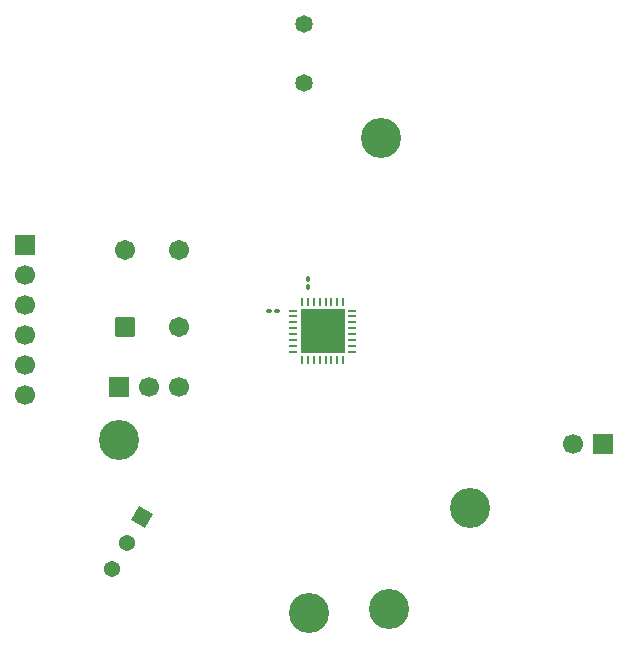
<source format=gbr>
%TF.GenerationSoftware,KiCad,Pcbnew,9.0.2*%
%TF.CreationDate,2025-11-09T00:07:38+05:30*%
%TF.ProjectId,Nade,4e616465-2e6b-4696-9361-645f70636258,rev?*%
%TF.SameCoordinates,Original*%
%TF.FileFunction,Soldermask,Bot*%
%TF.FilePolarity,Negative*%
%FSLAX46Y46*%
G04 Gerber Fmt 4.6, Leading zero omitted, Abs format (unit mm)*
G04 Created by KiCad (PCBNEW 9.0.2) date 2025-11-09 00:07:38*
%MOMM*%
%LPD*%
G01*
G04 APERTURE LIST*
G04 Aperture macros list*
%AMRoundRect*
0 Rectangle with rounded corners*
0 $1 Rounding radius*
0 $2 $3 $4 $5 $6 $7 $8 $9 X,Y pos of 4 corners*
0 Add a 4 corners polygon primitive as box body*
4,1,4,$2,$3,$4,$5,$6,$7,$8,$9,$2,$3,0*
0 Add four circle primitives for the rounded corners*
1,1,$1+$1,$2,$3*
1,1,$1+$1,$4,$5*
1,1,$1+$1,$6,$7*
1,1,$1+$1,$8,$9*
0 Add four rect primitives between the rounded corners*
20,1,$1+$1,$2,$3,$4,$5,0*
20,1,$1+$1,$4,$5,$6,$7,0*
20,1,$1+$1,$6,$7,$8,$9,0*
20,1,$1+$1,$8,$9,$2,$3,0*%
%AMRotRect*
0 Rectangle, with rotation*
0 The origin of the aperture is its center*
0 $1 length*
0 $2 width*
0 $3 Rotation angle, in degrees counterclockwise*
0 Add horizontal line*
21,1,$1,$2,0,0,$3*%
G04 Aperture macros list end*
%ADD10R,1.700000X1.700000*%
%ADD11C,1.700000*%
%ADD12C,3.400000*%
%ADD13RotRect,1.371600X1.371600X330.000000*%
%ADD14C,1.371600*%
%ADD15RoundRect,0.102000X0.749000X-0.749000X0.749000X0.749000X-0.749000X0.749000X-0.749000X-0.749000X0*%
%ADD16C,1.702000*%
%ADD17C,1.484000*%
%ADD18RoundRect,0.100000X0.130000X0.100000X-0.130000X0.100000X-0.130000X-0.100000X0.130000X-0.100000X0*%
%ADD19RoundRect,0.100000X0.100000X-0.130000X0.100000X0.130000X-0.100000X0.130000X-0.100000X-0.130000X0*%
%ADD20R,0.762000X0.254000*%
%ADD21R,0.254000X0.762000*%
%ADD22R,3.708400X3.708400*%
G04 APERTURE END LIST*
D10*
%TO.C,J7*%
X108195000Y-95521410D03*
D11*
X108195000Y-98061410D03*
X108195000Y-100601410D03*
X108195000Y-103141410D03*
X108195000Y-105681410D03*
X108195000Y-108221410D03*
%TD*%
D12*
%TO.C,TP5*%
X145907115Y-117825000D03*
%TD*%
%TO.C,TP4*%
X139025000Y-126375000D03*
%TD*%
%TO.C,TP3*%
X132225000Y-126725000D03*
%TD*%
%TO.C,TP2*%
X138325000Y-86475000D03*
%TD*%
%TO.C,TP1*%
X116125000Y-112025000D03*
%TD*%
D13*
%TO.C,SW2*%
X118060857Y-118527911D03*
D14*
X116790857Y-120727616D03*
X115520857Y-122927320D03*
%TD*%
D15*
%TO.C,SW1*%
X116695000Y-102485000D03*
D16*
X116695000Y-95985000D03*
X121195000Y-102485000D03*
X121195000Y-95985000D03*
%TD*%
D10*
%TO.C,J2*%
X116125000Y-107575000D03*
D11*
X118665000Y-107575000D03*
X121205000Y-107575000D03*
%TD*%
D17*
%TO.C,LS1*%
X131774999Y-76825000D03*
X131775001Y-81825000D03*
%TD*%
D10*
%TO.C,J6*%
X157125000Y-112375000D03*
D11*
X154584996Y-112374999D03*
%TD*%
D18*
%TO.C,R17*%
X129513826Y-101148852D03*
X128873826Y-101148852D03*
%TD*%
D19*
%TO.C,R16*%
X132143825Y-99068853D03*
X132143825Y-98428853D03*
%TD*%
D20*
%TO.C,U3*%
X135864200Y-101075501D03*
X135864200Y-101575500D03*
X135864200Y-102075499D03*
X135864200Y-102575500D03*
X135864200Y-103075500D03*
X135864200Y-103575501D03*
X135864200Y-104075500D03*
X135864200Y-104575499D03*
D21*
X135137699Y-105302000D03*
X134637700Y-105302000D03*
X134137701Y-105302000D03*
X133637700Y-105302000D03*
X133137700Y-105302000D03*
X132637699Y-105302000D03*
X132137700Y-105302000D03*
X131637701Y-105302000D03*
D20*
X130911200Y-104575499D03*
X130911200Y-104075500D03*
X130911200Y-103575501D03*
X130911200Y-103075500D03*
X130911200Y-102575500D03*
X130911200Y-102075499D03*
X130911200Y-101575500D03*
X130911200Y-101075501D03*
D21*
X131637701Y-100349000D03*
X132137700Y-100349000D03*
X132637699Y-100349000D03*
X133137700Y-100349000D03*
X133637700Y-100349000D03*
X134137701Y-100349000D03*
X134637700Y-100349000D03*
X135137699Y-100349000D03*
D22*
X133387700Y-102825500D03*
%TD*%
M02*

</source>
